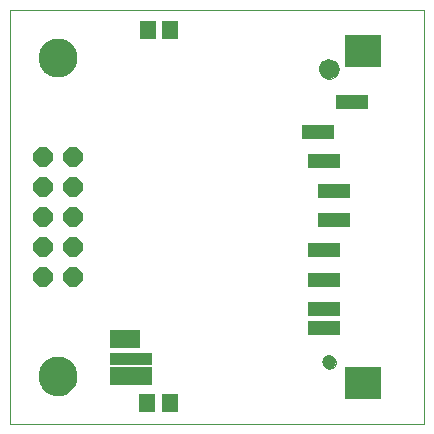
<source format=gts>
G75*
G70*
%OFA0B0*%
%FSLAX24Y24*%
%IPPOS*%
%LPD*%
%AMOC8*
5,1,8,0,0,1.08239X$1,22.5*
%
%ADD10C,0.0000*%
%ADD11C,0.1300*%
%ADD12R,0.0552X0.0631*%
%ADD13R,0.1221X0.1103*%
%ADD14R,0.1083X0.0473*%
%ADD15R,0.1418X0.0591*%
%ADD16R,0.1418X0.0434*%
%ADD17R,0.1024X0.0591*%
%ADD18C,0.0670*%
%ADD19C,0.0473*%
%ADD20OC8,0.0640*%
D10*
X000377Y000377D02*
X014156Y000377D01*
X014156Y014156D01*
X000377Y014156D01*
X000377Y000377D01*
X001322Y001952D02*
X001324Y002002D01*
X001330Y002052D01*
X001340Y002101D01*
X001354Y002149D01*
X001371Y002196D01*
X001392Y002241D01*
X001417Y002285D01*
X001445Y002326D01*
X001477Y002365D01*
X001511Y002402D01*
X001548Y002436D01*
X001588Y002466D01*
X001630Y002493D01*
X001674Y002517D01*
X001720Y002538D01*
X001767Y002554D01*
X001815Y002567D01*
X001865Y002576D01*
X001914Y002581D01*
X001965Y002582D01*
X002015Y002579D01*
X002064Y002572D01*
X002113Y002561D01*
X002161Y002546D01*
X002207Y002528D01*
X002252Y002506D01*
X002295Y002480D01*
X002336Y002451D01*
X002375Y002419D01*
X002411Y002384D01*
X002443Y002346D01*
X002473Y002306D01*
X002500Y002263D01*
X002523Y002219D01*
X002542Y002173D01*
X002558Y002125D01*
X002570Y002076D01*
X002578Y002027D01*
X002582Y001977D01*
X002582Y001927D01*
X002578Y001877D01*
X002570Y001828D01*
X002558Y001779D01*
X002542Y001731D01*
X002523Y001685D01*
X002500Y001641D01*
X002473Y001598D01*
X002443Y001558D01*
X002411Y001520D01*
X002375Y001485D01*
X002336Y001453D01*
X002295Y001424D01*
X002252Y001398D01*
X002207Y001376D01*
X002161Y001358D01*
X002113Y001343D01*
X002064Y001332D01*
X002015Y001325D01*
X001965Y001322D01*
X001914Y001323D01*
X001865Y001328D01*
X001815Y001337D01*
X001767Y001350D01*
X001720Y001366D01*
X001674Y001387D01*
X001630Y001411D01*
X001588Y001438D01*
X001548Y001468D01*
X001511Y001502D01*
X001477Y001539D01*
X001445Y001578D01*
X001417Y001619D01*
X001392Y001663D01*
X001371Y001708D01*
X001354Y001755D01*
X001340Y001803D01*
X001330Y001852D01*
X001324Y001902D01*
X001322Y001952D01*
X010790Y002424D02*
X010792Y002453D01*
X010798Y002481D01*
X010807Y002509D01*
X010820Y002535D01*
X010837Y002558D01*
X010856Y002580D01*
X010878Y002599D01*
X010903Y002614D01*
X010929Y002627D01*
X010957Y002635D01*
X010985Y002640D01*
X011014Y002641D01*
X011043Y002638D01*
X011071Y002631D01*
X011098Y002621D01*
X011124Y002607D01*
X011147Y002590D01*
X011168Y002570D01*
X011186Y002547D01*
X011201Y002522D01*
X011212Y002495D01*
X011220Y002467D01*
X011224Y002438D01*
X011224Y002410D01*
X011220Y002381D01*
X011212Y002353D01*
X011201Y002326D01*
X011186Y002301D01*
X011168Y002278D01*
X011147Y002258D01*
X011124Y002241D01*
X011098Y002227D01*
X011071Y002217D01*
X011043Y002210D01*
X011014Y002207D01*
X010985Y002208D01*
X010957Y002213D01*
X010929Y002221D01*
X010903Y002234D01*
X010878Y002249D01*
X010856Y002268D01*
X010837Y002290D01*
X010820Y002313D01*
X010807Y002339D01*
X010798Y002367D01*
X010792Y002395D01*
X010790Y002424D01*
X010692Y012188D02*
X010694Y012223D01*
X010700Y012258D01*
X010710Y012292D01*
X010723Y012325D01*
X010740Y012356D01*
X010761Y012384D01*
X010784Y012411D01*
X010811Y012434D01*
X010839Y012455D01*
X010870Y012472D01*
X010903Y012485D01*
X010937Y012495D01*
X010972Y012501D01*
X011007Y012503D01*
X011042Y012501D01*
X011077Y012495D01*
X011111Y012485D01*
X011144Y012472D01*
X011175Y012455D01*
X011203Y012434D01*
X011230Y012411D01*
X011253Y012384D01*
X011274Y012356D01*
X011291Y012325D01*
X011304Y012292D01*
X011314Y012258D01*
X011320Y012223D01*
X011322Y012188D01*
X011320Y012153D01*
X011314Y012118D01*
X011304Y012084D01*
X011291Y012051D01*
X011274Y012020D01*
X011253Y011992D01*
X011230Y011965D01*
X011203Y011942D01*
X011175Y011921D01*
X011144Y011904D01*
X011111Y011891D01*
X011077Y011881D01*
X011042Y011875D01*
X011007Y011873D01*
X010972Y011875D01*
X010937Y011881D01*
X010903Y011891D01*
X010870Y011904D01*
X010839Y011921D01*
X010811Y011942D01*
X010784Y011965D01*
X010761Y011992D01*
X010740Y012020D01*
X010723Y012051D01*
X010710Y012084D01*
X010700Y012118D01*
X010694Y012153D01*
X010692Y012188D01*
X001322Y012582D02*
X001324Y012632D01*
X001330Y012682D01*
X001340Y012731D01*
X001354Y012779D01*
X001371Y012826D01*
X001392Y012871D01*
X001417Y012915D01*
X001445Y012956D01*
X001477Y012995D01*
X001511Y013032D01*
X001548Y013066D01*
X001588Y013096D01*
X001630Y013123D01*
X001674Y013147D01*
X001720Y013168D01*
X001767Y013184D01*
X001815Y013197D01*
X001865Y013206D01*
X001914Y013211D01*
X001965Y013212D01*
X002015Y013209D01*
X002064Y013202D01*
X002113Y013191D01*
X002161Y013176D01*
X002207Y013158D01*
X002252Y013136D01*
X002295Y013110D01*
X002336Y013081D01*
X002375Y013049D01*
X002411Y013014D01*
X002443Y012976D01*
X002473Y012936D01*
X002500Y012893D01*
X002523Y012849D01*
X002542Y012803D01*
X002558Y012755D01*
X002570Y012706D01*
X002578Y012657D01*
X002582Y012607D01*
X002582Y012557D01*
X002578Y012507D01*
X002570Y012458D01*
X002558Y012409D01*
X002542Y012361D01*
X002523Y012315D01*
X002500Y012271D01*
X002473Y012228D01*
X002443Y012188D01*
X002411Y012150D01*
X002375Y012115D01*
X002336Y012083D01*
X002295Y012054D01*
X002252Y012028D01*
X002207Y012006D01*
X002161Y011988D01*
X002113Y011973D01*
X002064Y011962D01*
X002015Y011955D01*
X001965Y011952D01*
X001914Y011953D01*
X001865Y011958D01*
X001815Y011967D01*
X001767Y011980D01*
X001720Y011996D01*
X001674Y012017D01*
X001630Y012041D01*
X001588Y012068D01*
X001548Y012098D01*
X001511Y012132D01*
X001477Y012169D01*
X001445Y012208D01*
X001417Y012249D01*
X001392Y012293D01*
X001371Y012338D01*
X001354Y012385D01*
X001340Y012433D01*
X001330Y012482D01*
X001324Y012532D01*
X001322Y012582D01*
D11*
X001952Y012582D03*
X001952Y001952D03*
D12*
X004940Y001064D03*
X005688Y001064D03*
X005705Y013500D03*
X004957Y013500D03*
D13*
X012129Y012798D03*
X012129Y001735D03*
D14*
X010843Y003556D03*
X010843Y004196D03*
X010843Y005180D03*
X010843Y006164D03*
X011158Y007149D03*
X011158Y008133D03*
X010843Y009117D03*
X010647Y010101D03*
X011749Y011086D03*
D15*
X004412Y001971D03*
D16*
X004412Y002523D03*
D17*
X004215Y003192D03*
D18*
X011007Y012188D03*
D19*
X011007Y002424D03*
D20*
X002452Y005267D03*
X002452Y006267D03*
X002452Y007267D03*
X002452Y008267D03*
X002452Y009267D03*
X001452Y009267D03*
X001452Y008267D03*
X001452Y007267D03*
X001452Y006267D03*
X001452Y005267D03*
M02*

</source>
